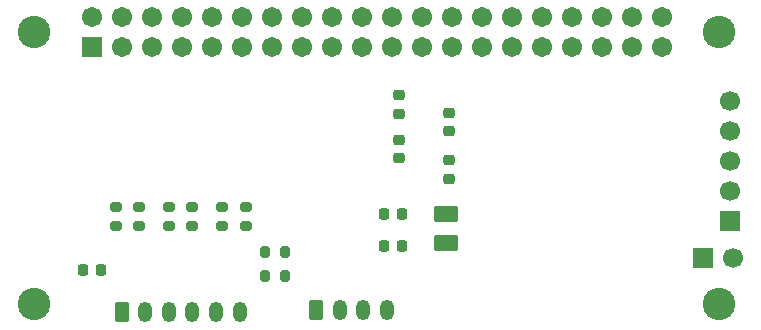
<source format=gbr>
%TF.GenerationSoftware,KiCad,Pcbnew,9.0.1*%
%TF.CreationDate,2025-04-15T21:25:17-04:00*%
%TF.ProjectId,psocpcb,70736f63-7063-4622-9e6b-696361645f70,rev?*%
%TF.SameCoordinates,Original*%
%TF.FileFunction,Soldermask,Bot*%
%TF.FilePolarity,Negative*%
%FSLAX46Y46*%
G04 Gerber Fmt 4.6, Leading zero omitted, Abs format (unit mm)*
G04 Created by KiCad (PCBNEW 9.0.1) date 2025-04-15 21:25:17*
%MOMM*%
%LPD*%
G01*
G04 APERTURE LIST*
G04 Aperture macros list*
%AMRoundRect*
0 Rectangle with rounded corners*
0 $1 Rounding radius*
0 $2 $3 $4 $5 $6 $7 $8 $9 X,Y pos of 4 corners*
0 Add a 4 corners polygon primitive as box body*
4,1,4,$2,$3,$4,$5,$6,$7,$8,$9,$2,$3,0*
0 Add four circle primitives for the rounded corners*
1,1,$1+$1,$2,$3*
1,1,$1+$1,$4,$5*
1,1,$1+$1,$6,$7*
1,1,$1+$1,$8,$9*
0 Add four rect primitives between the rounded corners*
20,1,$1+$1,$2,$3,$4,$5,0*
20,1,$1+$1,$4,$5,$6,$7,0*
20,1,$1+$1,$6,$7,$8,$9,0*
20,1,$1+$1,$8,$9,$2,$3,0*%
G04 Aperture macros list end*
%ADD10RoundRect,0.250000X-0.350000X-0.625000X0.350000X-0.625000X0.350000X0.625000X-0.350000X0.625000X0*%
%ADD11O,1.200000X1.750000*%
%ADD12R,1.700000X1.700000*%
%ADD13C,1.700000*%
%ADD14C,2.750000*%
%ADD15RoundRect,0.102000X-0.754000X-0.754000X0.754000X-0.754000X0.754000X0.754000X-0.754000X0.754000X0*%
%ADD16C,1.712000*%
%ADD17RoundRect,0.200000X-0.275000X0.200000X-0.275000X-0.200000X0.275000X-0.200000X0.275000X0.200000X0*%
%ADD18RoundRect,0.102000X-0.950000X0.550000X-0.950000X-0.550000X0.950000X-0.550000X0.950000X0.550000X0*%
%ADD19RoundRect,0.200000X0.275000X-0.200000X0.275000X0.200000X-0.275000X0.200000X-0.275000X-0.200000X0*%
%ADD20RoundRect,0.225000X-0.250000X0.225000X-0.250000X-0.225000X0.250000X-0.225000X0.250000X0.225000X0*%
%ADD21RoundRect,0.200000X-0.200000X-0.275000X0.200000X-0.275000X0.200000X0.275000X-0.200000X0.275000X0*%
%ADD22RoundRect,0.218750X-0.218750X-0.256250X0.218750X-0.256250X0.218750X0.256250X-0.218750X0.256250X0*%
%ADD23RoundRect,0.225000X0.225000X0.250000X-0.225000X0.250000X-0.225000X-0.250000X0.225000X-0.250000X0*%
%ADD24RoundRect,0.200000X0.200000X0.275000X-0.200000X0.275000X-0.200000X-0.275000X0.200000X-0.275000X0*%
G04 APERTURE END LIST*
D10*
%TO.C,J5*%
X99450000Y-73900000D03*
D11*
X101450000Y-73900000D03*
X103450000Y-73900000D03*
X105450000Y-73900000D03*
%TD*%
D12*
%TO.C,J2*%
X132225000Y-69500000D03*
D13*
X134765000Y-69500000D03*
%TD*%
D12*
%TO.C,J1*%
X134550000Y-66340000D03*
D13*
X134550000Y-63800000D03*
X134550000Y-61260000D03*
X134550000Y-58720000D03*
X134550000Y-56180000D03*
%TD*%
D14*
%TO.C,A1*%
X75615000Y-50400000D03*
X75615000Y-73400000D03*
X133615000Y-50400000D03*
X133615000Y-73400000D03*
D15*
X80485000Y-51670000D03*
D16*
X80485000Y-49130000D03*
X83025000Y-51670000D03*
X83025000Y-49130000D03*
X85565000Y-51670000D03*
X85565000Y-49130000D03*
X88105000Y-51670000D03*
X88105000Y-49130000D03*
X90645000Y-51670000D03*
X90645000Y-49130000D03*
X93185000Y-51670000D03*
X93185000Y-49130000D03*
X95725000Y-51670000D03*
X95725000Y-49130000D03*
X98265000Y-51670000D03*
X98265000Y-49130000D03*
X100805000Y-51670000D03*
X100805000Y-49130000D03*
X103345000Y-51670000D03*
X103345000Y-49130000D03*
X105885000Y-51670000D03*
X105885000Y-49130000D03*
X108425000Y-51670000D03*
X108425000Y-49130000D03*
X110965000Y-51670000D03*
X110965000Y-49130000D03*
X113505000Y-51670000D03*
X113505000Y-49130000D03*
X116045000Y-51670000D03*
X116045000Y-49130000D03*
X118585000Y-51670000D03*
X118585000Y-49130000D03*
X121125000Y-51670000D03*
X121125000Y-49130000D03*
X123665000Y-51670000D03*
X123665000Y-49130000D03*
X126205000Y-51670000D03*
X126205000Y-49130000D03*
X128745000Y-51670000D03*
X128745000Y-49130000D03*
%TD*%
D10*
%TO.C,J7*%
X83000000Y-74050000D03*
D11*
X85000000Y-74050000D03*
X87000000Y-74050000D03*
X89000000Y-74050000D03*
X91000000Y-74050000D03*
X93000000Y-74050000D03*
%TD*%
D17*
%TO.C,R10*%
X87000000Y-65175000D03*
X87000000Y-66825000D03*
%TD*%
D18*
%TO.C,Y1*%
X110500000Y-65750000D03*
X110500000Y-68250000D03*
%TD*%
D19*
%TO.C,R5*%
X84500000Y-66825000D03*
X84500000Y-65175000D03*
%TD*%
D20*
%TO.C,C8*%
X106500000Y-59475000D03*
X106500000Y-61025000D03*
%TD*%
D19*
%TO.C,R6*%
X89000000Y-66825000D03*
X89000000Y-65175000D03*
%TD*%
D17*
%TO.C,R8*%
X91500000Y-65175000D03*
X91500000Y-66825000D03*
%TD*%
D20*
%TO.C,C14*%
X110750000Y-57225000D03*
X110750000Y-58775000D03*
%TD*%
D21*
%TO.C,R3*%
X95175000Y-69000000D03*
X96825000Y-69000000D03*
%TD*%
D20*
%TO.C,C13*%
X106500000Y-55725000D03*
X106500000Y-57275000D03*
%TD*%
D19*
%TO.C,R4*%
X93500000Y-66825000D03*
X93500000Y-65175000D03*
%TD*%
D22*
%TO.C,FB1*%
X79712500Y-70500000D03*
X81287500Y-70500000D03*
%TD*%
D23*
%TO.C,C2*%
X106775000Y-68500000D03*
X105225000Y-68500000D03*
%TD*%
%TO.C,C1*%
X106775000Y-65750000D03*
X105225000Y-65750000D03*
%TD*%
D17*
%TO.C,R9*%
X82500000Y-65175000D03*
X82500000Y-66825000D03*
%TD*%
D20*
%TO.C,C7*%
X110750000Y-61225000D03*
X110750000Y-62775000D03*
%TD*%
D24*
%TO.C,R7*%
X96825000Y-71000000D03*
X95175000Y-71000000D03*
%TD*%
M02*

</source>
